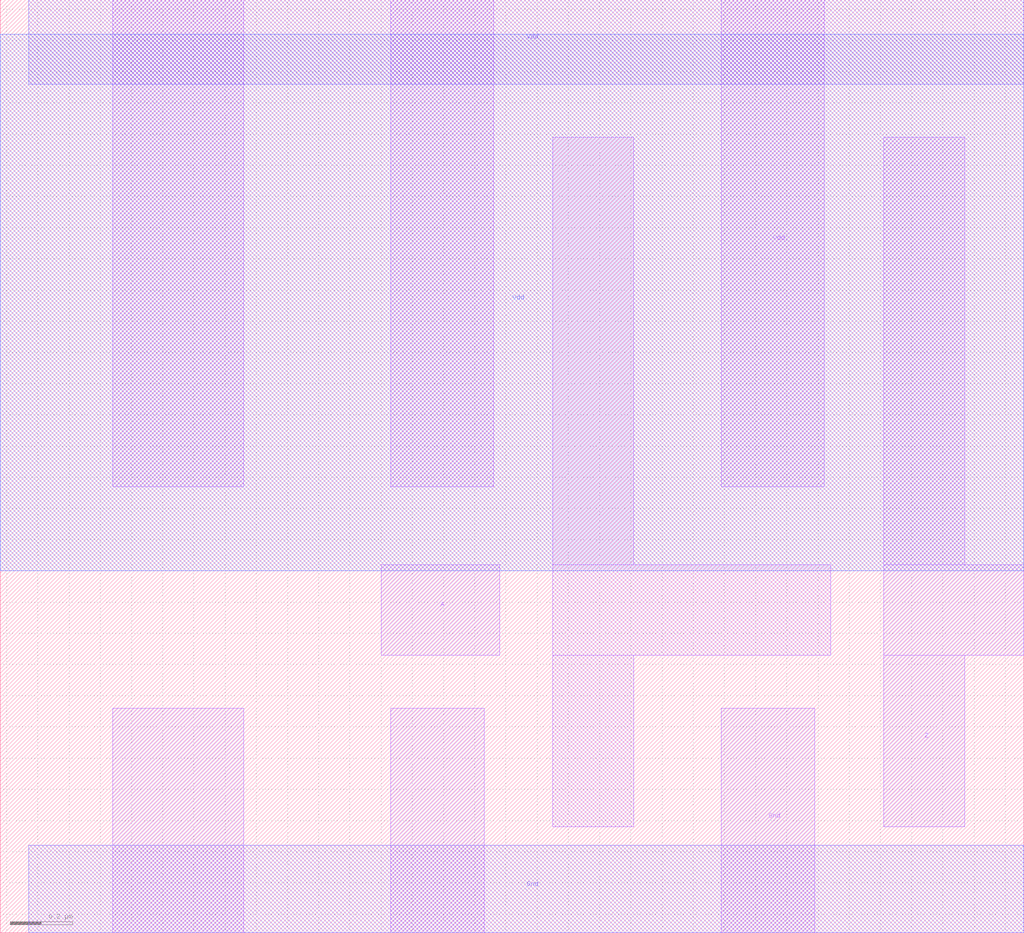
<source format=lef>
VERSION 5.7 ;
  NOWIREEXTENSIONATPIN ON ;
  DIVIDERCHAR "/" ;
  BUSBITCHARS "[]" ;
MACRO buff_final
  CLASS BLOCK ;
  FOREIGN buff_final ;
  ORIGIN 3.220 -0.740 ;
  SIZE 3.280 BY 2.990 ;
  PIN Vdd
    ANTENNADIFFAREA 1.422400 ;
    PORT
      LAYER nwell ;
        RECT -3.220 1.900 0.060 3.620 ;
      LAYER li1 ;
        RECT -2.860 2.170 -2.440 3.730 ;
        RECT -1.970 2.170 -1.640 3.730 ;
        RECT -0.910 2.170 -0.580 3.730 ;
      LAYER met1 ;
        RECT -3.130 3.460 0.060 3.730 ;
    END
  END Vdd
  PIN Gnd
    ANTENNADIFFAREA 0.470400 ;
    PORT
      LAYER li1 ;
        RECT -2.860 0.740 -2.440 1.460 ;
        RECT -1.970 0.740 -1.670 1.460 ;
        RECT -0.910 0.740 -0.610 1.460 ;
      LAYER met1 ;
        RECT -3.130 0.740 0.060 1.020 ;
    END
  END Gnd
  PIN A
    ANTENNAGATEAREA 0.253500 ;
    PORT
      LAYER li1 ;
        RECT -2.000 1.630 -1.620 1.920 ;
    END
  END A
  PIN Z
    ANTENNADIFFAREA 0.490100 ;
    PORT
      LAYER li1 ;
        RECT -0.390 1.920 -0.130 3.290 ;
        RECT -0.390 1.630 0.060 1.920 ;
        RECT -0.390 1.080 -0.130 1.630 ;
    END
  END Z
  OBS
      LAYER li1 ;
        RECT -1.450 1.920 -1.190 3.290 ;
        RECT -1.450 1.630 -0.560 1.920 ;
        RECT -1.450 1.080 -1.190 1.630 ;
  END
END buff_final
END LIBRARY


</source>
